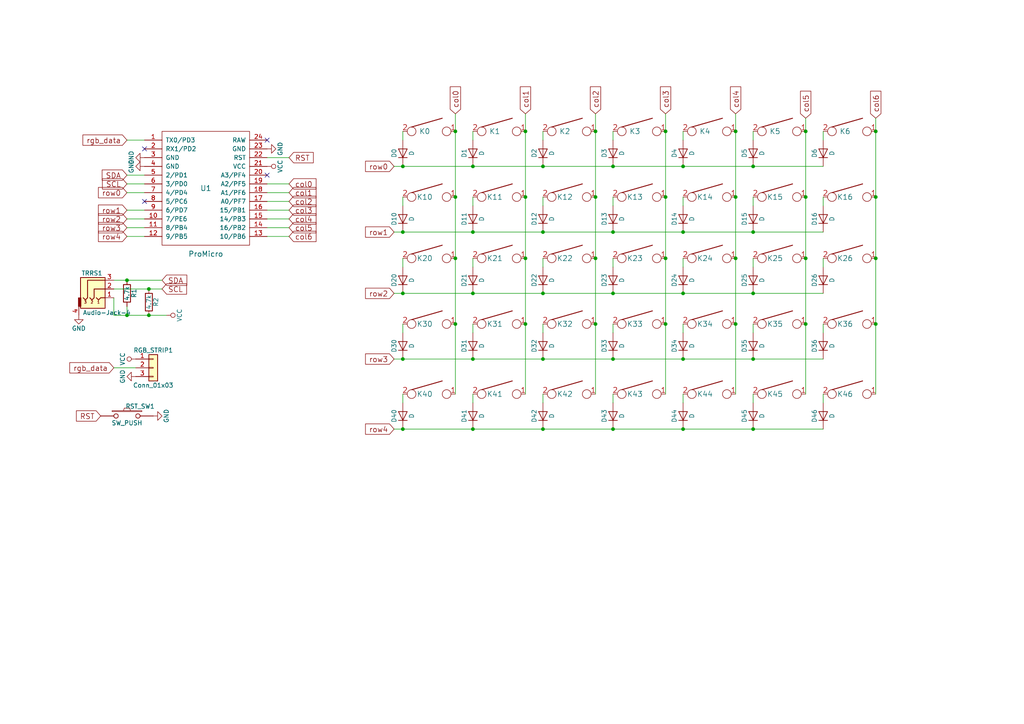
<source format=kicad_sch>
(kicad_sch (version 20230121) (generator eeschema)
  (paper "A4")
  (title_block (title "Redox keyboard") (date "2018-05-05") (rev "1.0") (comment 1 "designed by Mattia Dal Ben") (comment 2 "https://github.com/mattdibi/redox-keyboard"))
  (lib_symbols
    (symbol "redox_rev1-rescue:Audio-Jack-4" (pin_names (offset 1.016))
      (property "Reference" "J" (at -1.27 2.032 0))
      (property "Value" "Audio-Jack-4" (at 3.048 -9.398 0))
      (symbol "Audio-Jack-4_0_0"
        (rectangle (start -4.572 -8.128) (end 2.54 0.762) (stroke (width 0.254)) (fill (type background)))
        (text "1" (at 0.635 -6.35 0) (effects (font (size 0.762 0.762))))
        (text "2" (at -1.27 -6.35 0) (effects (font (size 0.762 0.762))))
        (text "3" (at -3.175 -6.35 0) (effects (font (size 0.762 0.762))))
      )
      (symbol "Audio-Jack-4_0_1"
        (rectangle (start -4.445 -7.62) (end -5.207 -5.08) (fill (type outline)))
        (polyline (pts (xy 0 -5.08) (xy 0.635 -5.715) (xy 1.27 -5.08) (xy 2.54 -5.08)) (stroke (width 0.254)))
        (polyline (pts (xy -1.905 -5.08) (xy -1.27 -5.715) (xy -0.635 -5.08) (xy -0.635 -2.54) (xy 2.54 -2.54)) (stroke (width 0.254)))
        (polyline (pts (xy 2.54 0) (xy -2.54 0) (xy -2.54 -5.08) (xy -3.175 -5.715) (xy -3.81 -5.08)) (stroke (width 0.254)))
      )
      (symbol "Audio-Jack-4_1_1"
        (pin passive line (at 5.08 -5.08 180) (length 2.54) (name "~") (number "1"))
        (pin passive line (at 5.08 -2.54 180) (length 2.54) (name "~") (number "2"))
        (pin passive line (at 5.08 0 180) (length 2.54) (name "~") (number "3"))
        (pin passive line (at -5.08 -10.16 90) (length 2.54) (name "~") (number "4"))
      )
    )
    (symbol "redox_rev1-rescue:Conn_01x03" (pin_names (offset 1.016) hide)
      (property "Reference" "J" (at 0 5.08 0))
      (property "Value" "Conn_01x03" (at 0 -5.08 0))
      (symbol "Conn_01x03_1_1"
        (rectangle (start -1.27 -2.413) (end 0 -2.667) (stroke (width 0.1524)))
        (rectangle (start -1.27 0.127) (end 0 -0.127) (stroke (width 0.1524)))
        (rectangle (start -1.27 2.667) (end 0 2.413) (stroke (width 0.1524)))
        (rectangle (start -1.27 3.81) (end 1.27 -3.81) (stroke (width 0.254)) (fill (type background)))
        (pin passive line (at -5.08 2.54 0) (length 3.81) (name "Pin_1") (number "1"))
        (pin passive line (at -5.08 0 0) (length 3.81) (name "Pin_2") (number "2"))
        (pin passive line (at -5.08 -2.54 0) (length 3.81) (name "Pin_3") (number "3"))
      )
    )
    (symbol "redox_rev1-rescue:D" (pin_numbers hide) (pin_names (offset 1.016) hide)
      (property "Reference" "D" (at 0 2.54 0))
      (property "Value" "D" (at 0 -2.54 0))
      (symbol "D_0_1"
        (polyline (pts (xy -1.27 1.27) (xy -1.27 -1.27)) (stroke (width 0.2032)))
        (polyline (pts (xy 1.27 0) (xy -1.27 0)))
        (polyline (pts (xy 1.27 1.27) (xy 1.27 -1.27) (xy -1.27 0) (xy 1.27 1.27)) (stroke (width 0.2032)))
      )
      (symbol "D_1_1"
        (pin passive line (at -3.81 0 0) (length 2.54) (name "K") (number "1"))
        (pin passive line (at 3.81 0 180) (length 2.54) (name "A") (number "2"))
      )
    )
    (symbol "redox_rev1-rescue:GND" (power) (pin_names (offset 0))
      (property "Value" "GND" (at 0 -3.81 0))
      (symbol "GND_0_1"
        (polyline (pts (xy 0 0) (xy 0 -1.27) (xy 1.27 -1.27) (xy 0 -2.54) (xy -1.27 -1.27) (xy 0 -1.27)))
      )
      (symbol "GND_1_1"
        (pin power_in line (at 0 0 270) (length 0) hide (name "GND") (number "1"))
      )
    )
    (symbol "redox_rev1-rescue:KEYSW" (pin_names (offset 1.016))
      (property "Reference" "K?" (at -1.27 0 0))
      (symbol "KEYSW_0_1"
        (circle (center -5.08 0) (radius 1.27))
        (polyline (pts (xy -5.08 1.27) (xy 3.81 3.81)) (stroke (width 0.254)))
        (circle (center 5.08 0) (radius 1.27))
      )
      (symbol "KEYSW_1_1"
        (pin passive line (at 7.62 0 180) (length 1.27) (name "~") (number "1"))
        (pin passive line (at -7.62 0 0) (length 1.27) (name "~") (number "2"))
      )
    )
    (symbol "redox_rev1-rescue:ProMicro" (pin_names (offset 1.016))
      (property "Reference" "U" (at 0 0 0))
      (property "Value" "ProMicro" (at 0 -19.05 0))
      (symbol "ProMicro_0_1"
        (rectangle (start -12.7 -16.51) (end 12.7 16.51))
      )
      (symbol "ProMicro_1_1"
        (pin input line (at -17.78 13.97 0) (length 5.08) (name "TX0/PD3") (number "1"))
        (pin input line (at -17.78 -8.89 0) (length 5.08) (name "7/PE6") (number "10"))
        (pin input line (at -17.78 -11.43 0) (length 5.08) (name "8/PB4") (number "11"))
        (pin input line (at -17.78 -13.97 0) (length 5.08) (name "9/PB5") (number "12"))
        (pin input line (at 17.78 -13.97 180) (length 5.08) (name "10/PB6") (number "13"))
        (pin input line (at 17.78 -11.43 180) (length 5.08) (name "16/PB2") (number "14"))
        (pin input line (at 17.78 -8.89 180) (length 5.08) (name "14/PB3") (number "15"))
        (pin input line (at 17.78 -6.35 180) (length 5.08) (name "15/PB1") (number "16"))
        (pin input line (at 17.78 -3.81 180) (length 5.08) (name "A0/PF7") (number "17"))
        (pin input line (at 17.78 -1.27 180) (length 5.08) (name "A1/PF6") (number "18"))
        (pin input line (at 17.78 1.27 180) (length 5.08) (name "A2/PF5") (number "19"))
        (pin input line (at -17.78 11.43 0) (length 5.08) (name "RX1/PD2") (number "2"))
        (pin input line (at 17.78 3.81 180) (length 5.08) (name "A3/PF4") (number "20"))
        (pin input line (at 17.78 6.35 180) (length 5.08) (name "VCC") (number "21"))
        (pin input line (at 17.78 8.89 180) (length 5.08) (name "RST") (number "22"))
        (pin input line (at 17.78 11.43 180) (length 5.08) (name "GND") (number "23"))
        (pin input line (at 17.78 13.97 180) (length 5.08) (name "RAW") (number "24"))
        (pin input line (at -17.78 8.89 0) (length 5.08) (name "GND") (number "3"))
        (pin input line (at -17.78 6.35 0) (length 5.08) (name "GND") (number "4"))
        (pin input line (at -17.78 3.81 0) (length 5.08) (name "2/PD1") (number "5"))
        (pin input line (at -17.78 1.27 0) (length 5.08) (name "3/PD0") (number "6"))
        (pin input line (at -17.78 -1.27 0) (length 5.08) (name "4/PD4") (number "7"))
        (pin input line (at -17.78 -3.81 0) (length 5.08) (name "5/PC6") (number "8"))
        (pin input line (at -17.78 -6.35 0) (length 5.08) (name "6/PD7") (number "9"))
      )
    )
    (symbol "redox_rev1-rescue:R" (pin_numbers hide) (pin_names (offset 0))
      (property "Reference" "R" (at 2.032 0 90))
      (property "Value" "R" (at 0 0 90))
      (symbol "R_0_1"
        (rectangle (start -1.016 -2.54) (end 1.016 2.54) (stroke (width 0.254)))
      )
      (symbol "R_1_1"
        (pin passive line (at 0 3.81 270) (length 1.27) (name "~") (number "1"))
        (pin passive line (at 0 -3.81 90) (length 1.27) (name "~") (number "2"))
      )
    )
    (symbol "redox_rev1-rescue:SW_PUSH" (pin_numbers hide) (pin_names (offset 1.016) hide)
      (property "Reference" "SW" (at 3.81 2.794 0))
      (property "Value" "SW_PUSH" (at 0 -2.032 0))
      (symbol "SW_PUSH_0_1"
        (rectangle (start -4.318 1.27) (end 4.318 1.524))
        (polyline (pts (xy -1.016 1.524) (xy -0.762 2.286) (xy 0.762 2.286) (xy 1.016 1.524)))
        (pin passive inverted (at -7.62 0 0) (length 5.08) (name "1") (number "1"))
        (pin passive inverted (at 7.62 0 180) (length 5.08) (name "2") (number "2"))
      )
    )
    (symbol "redox_rev1-rescue:VCC" (power) (pin_names (offset 0))
      (property "Value" "VCC" (at 0 3.81 0))
      (symbol "VCC_0_1"
        (polyline (pts (xy 0 0) (xy 0 1.27)))
        (circle (center 0 1.905) (radius 0.635))
      )
      (symbol "VCC_1_1"
        (pin power_in line (at 0 0 90) (length 0) hide (name "VCC") (number "1"))
      )
    )
  )
  (junction (at 198.12 104.14))
  (junction (at 137.16 85.09))
  (junction (at 218.44 48.26))
  (junction (at 198.12 48.26))
  (junction (at 233.68 38.1))
  (junction (at 254 74.93))
  (junction (at 172.72 93.98))
  (junction (at 233.68 74.93))
  (junction (at 218.44 124.46))
  (junction (at 177.8 85.09))
  (junction (at 198.12 85.09))
  (junction (at 157.48 124.46))
  (junction (at 157.48 104.14))
  (junction (at 137.16 67.31))
  (junction (at 137.16 48.26))
  (junction (at 254 93.98))
  (junction (at 233.68 57.15))
  (junction (at 254 38.1))
  (junction (at 193.04 38.1))
  (junction (at 157.48 48.26))
  (junction (at 116.84 104.14))
  (junction (at 213.36 38.1))
  (junction (at 137.16 124.46))
  (junction (at 132.08 38.1))
  (junction (at 254 57.15))
  (junction (at 193.04 74.93))
  (junction (at 213.36 57.15))
  (junction (at 198.12 124.46))
  (junction (at 218.44 104.14))
  (junction (at 152.4 93.98))
  (junction (at 132.08 57.15))
  (junction (at 193.04 93.98))
  (junction (at 152.4 38.1))
  (junction (at 157.48 85.09))
  (junction (at 137.16 104.14))
  (junction (at 177.8 48.26))
  (junction (at 157.48 67.31))
  (junction (at 116.84 48.26))
  (junction (at 172.72 74.93))
  (junction (at 152.4 57.15))
  (junction (at 177.8 104.14))
  (junction (at 36.83 91.44))
  (junction (at 193.04 57.15))
  (junction (at 218.44 85.09))
  (junction (at 218.44 67.31))
  (junction (at 177.8 67.31))
  (junction (at 43.18 91.44))
  (junction (at 132.08 93.98))
  (junction (at 43.18 83.82))
  (junction (at 177.8 124.46))
  (junction (at 116.84 67.31))
  (junction (at 198.12 67.31))
  (junction (at 36.83 81.28))
  (junction (at 213.36 74.93))
  (junction (at 172.72 38.1))
  (junction (at 132.08 74.93))
  (junction (at 233.68 93.98))
  (junction (at 213.36 93.98))
  (junction (at 116.84 85.09))
  (junction (at 116.84 124.46))
  (junction (at 172.72 57.15))
  (junction (at 152.4 74.93))
  (no_connect (at 77.47 50.8))
  (no_connect (at 41.91 58.42))
  (no_connect (at 77.47 40.64))
  (no_connect (at 41.91 43.18))
  (wire (pts (xy 254 57.15) (xy 254 74.93)))
  (wire (pts (xy 132.08 38.1) (xy 132.08 57.15)))
  (wire (pts (xy 213.36 33.02) (xy 213.36 38.1)))
  (wire (pts (xy 193.04 38.1) (xy 193.04 57.15)))
  (wire (pts (xy 193.04 57.15) (xy 193.04 74.93)))
  (wire (pts (xy 116.84 48.26) (xy 137.16 48.26)))
  (wire (pts (xy 198.12 85.09) (xy 218.44 85.09)))
  (wire (pts (xy 218.44 74.93) (xy 218.44 77.47)))
  (wire (pts (xy 238.76 93.98) (xy 238.76 96.52)))
  (wire (pts (xy 157.48 93.98) (xy 157.48 96.52)))
  (wire (pts (xy 157.48 38.1) (xy 157.48 40.64)))
  (wire (pts (xy 218.44 124.46) (xy 238.76 124.46)))
  (wire (pts (xy 137.16 57.15) (xy 137.16 59.69)))
  (wire (pts (xy 233.68 34.29) (xy 233.68 38.1)))
  (wire (pts (xy 77.47 68.58) (xy 83.82 68.58)))
  (wire (pts (xy 36.83 81.28) (xy 46.99 81.28)))
  (wire (pts (xy 116.84 74.93) (xy 116.84 77.47)))
  (wire (pts (xy 77.47 45.72) (xy 83.82 45.72)))
  (wire (pts (xy 114.3 85.09) (xy 116.84 85.09)))
  (wire (pts (xy 157.48 48.26) (xy 177.8 48.26)))
  (wire (pts (xy 116.84 114.3) (xy 116.84 116.84)))
  (wire (pts (xy 254 74.93) (xy 254 93.98)))
  (wire (pts (xy 77.47 66.04) (xy 83.82 66.04)))
  (wire (pts (xy 77.47 55.88) (xy 83.82 55.88)))
  (wire (pts (xy 218.44 85.09) (xy 238.76 85.09)))
  (wire (pts (xy 172.72 74.93) (xy 172.72 93.98)))
  (wire (pts (xy 238.76 114.3) (xy 238.76 116.84)))
  (wire (pts (xy 218.44 104.14) (xy 238.76 104.14)))
  (wire (pts (xy 177.8 104.14) (xy 198.12 104.14)))
  (wire (pts (xy 137.16 104.14) (xy 157.48 104.14)))
  (wire (pts (xy 177.8 114.3) (xy 177.8 116.84)))
  (wire (pts (xy 213.36 93.98) (xy 213.36 114.3)))
  (wire (pts (xy 77.47 63.5) (xy 83.82 63.5)))
  (wire (pts (xy 36.83 60.96) (xy 41.91 60.96)))
  (wire (pts (xy 116.84 38.1) (xy 116.84 40.64)))
  (wire (pts (xy 198.12 93.98) (xy 198.12 96.52)))
  (wire (pts (xy 213.36 38.1) (xy 213.36 57.15)))
  (wire (pts (xy 193.04 33.02) (xy 193.04 38.1)))
  (wire (pts (xy 157.48 74.93) (xy 157.48 77.47)))
  (wire (pts (xy 198.12 38.1) (xy 198.12 40.64)))
  (wire (pts (xy 198.12 114.3) (xy 198.12 116.84)))
  (wire (pts (xy 77.47 53.34) (xy 83.82 53.34)))
  (wire (pts (xy 218.44 67.31) (xy 238.76 67.31)))
  (wire (pts (xy 218.44 48.26) (xy 238.76 48.26)))
  (wire (pts (xy 177.8 74.93) (xy 177.8 77.47)))
  (wire (pts (xy 137.16 93.98) (xy 137.16 96.52)))
  (wire (pts (xy 172.72 93.98) (xy 172.72 114.3)))
  (wire (pts (xy 152.4 38.1) (xy 152.4 57.15)))
  (wire (pts (xy 36.83 40.64) (xy 41.91 40.64)))
  (wire (pts (xy 198.12 104.14) (xy 218.44 104.14)))
  (wire (pts (xy 152.4 57.15) (xy 152.4 74.93)))
  (wire (pts (xy 157.48 67.31) (xy 177.8 67.31)))
  (wire (pts (xy 177.8 38.1) (xy 177.8 40.64)))
  (wire (pts (xy 233.68 57.15) (xy 233.68 74.93)))
  (wire (pts (xy 116.84 104.14) (xy 137.16 104.14)))
  (wire (pts (xy 137.16 124.46) (xy 157.48 124.46)))
  (wire (pts (xy 157.48 57.15) (xy 157.48 59.69)))
  (wire (pts (xy 33.02 86.36) (xy 33.02 91.44)))
  (wire (pts (xy 213.36 74.93) (xy 213.36 93.98)))
  (wire (pts (xy 132.08 74.93) (xy 132.08 93.98)))
  (wire (pts (xy 254 93.98) (xy 254 114.3)))
  (wire (pts (xy 198.12 57.15) (xy 198.12 59.69)))
  (wire (pts (xy 238.76 74.93) (xy 238.76 77.47)))
  (wire (pts (xy 233.68 74.93) (xy 233.68 93.98)))
  (wire (pts (xy 177.8 85.09) (xy 198.12 85.09)))
  (wire (pts (xy 33.02 91.44) (xy 36.83 91.44)))
  (wire (pts (xy 152.4 33.02) (xy 152.4 38.1)))
  (wire (pts (xy 238.76 57.15) (xy 238.76 59.69)))
  (wire (pts (xy 177.8 124.46) (xy 198.12 124.46)))
  (wire (pts (xy 152.4 93.98) (xy 152.4 114.3)))
  (wire (pts (xy 233.68 38.1) (xy 233.68 57.15)))
  (wire (pts (xy 218.44 93.98) (xy 218.44 96.52)))
  (wire (pts (xy 114.3 124.46) (xy 116.84 124.46)))
  (wire (pts (xy 77.47 58.42) (xy 83.82 58.42)))
  (wire (pts (xy 137.16 114.3) (xy 137.16 116.84)))
  (wire (pts (xy 33.02 83.82) (xy 43.18 83.82)))
  (wire (pts (xy 218.44 114.3) (xy 218.44 116.84)))
  (wire (pts (xy 177.8 57.15) (xy 177.8 59.69)))
  (wire (pts (xy 157.48 124.46) (xy 177.8 124.46)))
  (wire (pts (xy 218.44 38.1) (xy 218.44 40.64)))
  (wire (pts (xy 114.3 104.14) (xy 116.84 104.14)))
  (wire (pts (xy 254 38.1) (xy 254 57.15)))
  (wire (pts (xy 137.16 85.09) (xy 157.48 85.09)))
  (wire (pts (xy 198.12 48.26) (xy 218.44 48.26)))
  (wire (pts (xy 36.83 68.58) (xy 41.91 68.58)))
  (wire (pts (xy 198.12 124.46) (xy 218.44 124.46)))
  (wire (pts (xy 33.02 106.68) (xy 39.37 106.68)))
  (wire (pts (xy 43.18 83.82) (xy 46.99 83.82)))
  (wire (pts (xy 114.3 48.26) (xy 116.84 48.26)))
  (wire (pts (xy 137.16 67.31) (xy 157.48 67.31)))
  (wire (pts (xy 157.48 85.09) (xy 177.8 85.09)))
  (wire (pts (xy 116.84 67.31) (xy 137.16 67.31)))
  (wire (pts (xy 172.72 33.02) (xy 172.72 38.1)))
  (wire (pts (xy 116.84 93.98) (xy 116.84 96.52)))
  (wire (pts (xy 152.4 74.93) (xy 152.4 93.98)))
  (wire (pts (xy 36.83 91.44) (xy 43.18 91.44)))
  (wire (pts (xy 43.18 91.44) (xy 48.26 91.44)))
  (wire (pts (xy 157.48 104.14) (xy 177.8 104.14)))
  (wire (pts (xy 137.16 48.26) (xy 157.48 48.26)))
  (wire (pts (xy 137.16 74.93) (xy 137.16 77.47)))
  (wire (pts (xy 33.02 81.28) (xy 36.83 81.28)))
  (wire (pts (xy 198.12 67.31) (xy 218.44 67.31)))
  (wire (pts (xy 116.84 85.09) (xy 137.16 85.09)))
  (wire (pts (xy 254 34.29) (xy 254 38.1)))
  (wire (pts (xy 36.83 88.9) (xy 36.83 91.44)))
  (wire (pts (xy 36.83 63.5) (xy 41.91 63.5)))
  (wire (pts (xy 172.72 38.1) (xy 172.72 57.15)))
  (wire (pts (xy 132.08 33.02) (xy 132.08 38.1)))
  (wire (pts (xy 116.84 124.46) (xy 137.16 124.46)))
  (wire (pts (xy 36.83 55.88) (xy 41.91 55.88)))
  (wire (pts (xy 198.12 74.93) (xy 198.12 77.47)))
  (wire (pts (xy 132.08 93.98) (xy 132.08 114.3)))
  (wire (pts (xy 172.72 57.15) (xy 172.72 74.93)))
  (wire (pts (xy 137.16 38.1) (xy 137.16 40.64)))
  (wire (pts (xy 177.8 48.26) (xy 198.12 48.26)))
  (wire (pts (xy 177.8 93.98) (xy 177.8 96.52)))
  (wire (pts (xy 114.3 67.31) (xy 116.84 67.31)))
  (wire (pts (xy 157.48 114.3) (xy 157.48 116.84)))
  (wire (pts (xy 193.04 74.93) (xy 193.04 93.98)))
  (wire (pts (xy 233.68 93.98) (xy 233.68 114.3)))
  (wire (pts (xy 177.8 67.31) (xy 198.12 67.31)))
  (wire (pts (xy 238.76 38.1) (xy 238.76 40.64)))
  (wire (pts (xy 36.83 66.04) (xy 41.91 66.04)))
  (wire (pts (xy 36.83 50.8) (xy 41.91 50.8)))
  (wire (pts (xy 36.83 53.34) (xy 41.91 53.34)))
  (wire (pts (xy 132.08 57.15) (xy 132.08 74.93)))
  (wire (pts (xy 213.36 57.15) (xy 213.36 74.93)))
  (wire (pts (xy 218.44 57.15) (xy 218.44 59.69)))
  (wire (pts (xy 193.04 93.98) (xy 193.04 114.3)))
  (wire (pts (xy 116.84 57.15) (xy 116.84 59.69)))
  (wire (pts (xy 77.47 60.96) (xy 83.82 60.96)))
  (global_label "row4" (shape input) (at 114.3 124.46 180) (effects (font (size 1.524 1.524))) (property "Intersheetrefs" "${INTERSHEET_REFS}" (effects hide)))
  (global_label "col3" (shape input) (at 193.04 33.02 90) (effects (font (size 1.524 1.524))) (property "Intersheetrefs" "${INTERSHEET_REFS}" (effects hide)))
  (global_label "row4" (shape input) (at 36.83 68.58 180) (effects (font (size 1.524 1.524))) (property "Intersheetrefs" "${INTERSHEET_REFS}" (effects hide)))
  (global_label "row0" (shape input) (at 36.83 55.88 180) (effects (font (size 1.524 1.524))) (property "Intersheetrefs" "${INTERSHEET_REFS}" (effects hide)))
  (global_label "SCL" (shape input) (at 36.83 53.34 180) (effects (font (size 1.524 1.524))) (property "Intersheetrefs" "${INTERSHEET_REFS}" (effects hide)))
  (global_label "col2" (shape input) (at 172.72 33.02 90) (effects (font (size 1.524 1.524))) (property "Intersheetrefs" "${INTERSHEET_REFS}" (effects hide)))
  (global_label "col4" (shape input) (at 213.36 33.02 90) (effects (font (size 1.524 1.524))) (property "Intersheetrefs" "${INTERSHEET_REFS}" (effects hide)))
  (global_label "col5" (shape input) (at 233.68 34.29 90) (effects (font (size 1.524 1.524))) (property "Intersheetrefs" "${INTERSHEET_REFS}" (effects hide)))
  (global_label "col5" (shape input) (at 83.82 66.04 0) (effects (font (size 1.524 1.524))) (property "Intersheetrefs" "${INTERSHEET_REFS}" (effects hide)))
  (global_label "row2" (shape input) (at 114.3 85.09 180) (effects (font (size 1.524 1.524))) (property "Intersheetrefs" "${INTERSHEET_REFS}" (effects hide)))
  (global_label "col6" (shape input) (at 254 34.29 90) (effects (font (size 1.524 1.524))) (property "Intersheetrefs" "${INTERSHEET_REFS}" (effects hide)))
  (global_label "row0" (shape input) (at 114.3 48.26 180) (effects (font (size 1.524 1.524))) (property "Intersheetrefs" "${INTERSHEET_REFS}" (effects hide)))
  (global_label "SCL" (shape input) (at 46.99 83.82 0) (effects (font (size 1.524 1.524))) (property "Intersheetrefs" "${INTERSHEET_REFS}" (effects hide)))
  (global_label "col0" (shape input) (at 83.82 53.34 0) (effects (font (size 1.524 1.524))) (property "Intersheetrefs" "${INTERSHEET_REFS}" (effects hide)))
  (global_label "row3" (shape input) (at 36.83 66.04 180) (effects (font (size 1.524 1.524))) (property "Intersheetrefs" "${INTERSHEET_REFS}" (effects hide)))
  (global_label "rgb_data" (shape input) (at 33.02 106.68 180) (effects (font (size 1.524 1.524))) (property "Intersheetrefs" "${INTERSHEET_REFS}" (effects hide)))
  (global_label "SDA" (shape input) (at 46.99 81.28 0) (effects (font (size 1.524 1.524))) (property "Intersheetrefs" "${INTERSHEET_REFS}" (effects hide)))
  (global_label "rgb_data" (shape input) (at 36.83 40.64 180) (effects (font (size 1.524 1.524))) (property "Intersheetrefs" "${INTERSHEET_REFS}" (effects hide)))
  (global_label "row1" (shape input) (at 114.3 67.31 180) (effects (font (size 1.524 1.524))) (property "Intersheetrefs" "${INTERSHEET_REFS}" (effects hide)))
  (global_label "row1" (shape input) (at 36.83 60.96 180) (effects (font (size 1.524 1.524))) (property "Intersheetrefs" "${INTERSHEET_REFS}" (effects hide)))
  (global_label "RST" (shape input) (at 29.21 120.65 180) (effects (font (size 1.524 1.524))) (property "Intersheetrefs" "${INTERSHEET_REFS}" (effects hide)))
  (global_label "SDA" (shape input) (at 36.83 50.8 180) (effects (font (size 1.524 1.524))) (property "Intersheetrefs" "${INTERSHEET_REFS}" (effects hide)))
  (global_label "col4" (shape input) (at 83.82 63.5 0) (effects (font (size 1.524 1.524))) (property "Intersheetrefs" "${INTERSHEET_REFS}" (effects hide)))
  (global_label "col0" (shape input) (at 132.08 33.02 90) (effects (font (size 1.524 1.524))) (property "Intersheetrefs" "${INTERSHEET_REFS}" (effects hide)))
  (global_label "row2" (shape input) (at 36.83 63.5 180) (effects (font (size 1.524 1.524))) (property "Intersheetrefs" "${INTERSHEET_REFS}" (effects hide)))
  (global_label "col1" (shape input) (at 152.4 33.02 90) (effects (font (size 1.524 1.524))) (property "Intersheetrefs" "${INTERSHEET_REFS}" (effects hide)))
  (global_label "col3" (shape input) (at 83.82 60.96 0) (effects (font (size 1.524 1.524))) (property "Intersheetrefs" "${INTERSHEET_REFS}" (effects hide)))
  (global_label "col1" (shape input) (at 83.82 55.88 0) (effects (font (size 1.524 1.524))) (property "Intersheetrefs" "${INTERSHEET_REFS}" (effects hide)))
  (global_label "RST" (shape input) (at 83.82 45.72 0) (effects (font (size 1.524 1.524))) (property "Intersheetrefs" "${INTERSHEET_REFS}" (effects hide)))
  (global_label "col2" (shape input) (at 83.82 58.42 0) (effects (font (size 1.524 1.524))) (property "Intersheetrefs" "${INTERSHEET_REFS}" (effects hide)))
  (global_label "col6" (shape input) (at 83.82 68.58 0) (effects (font (size 1.524 1.524))) (property "Intersheetrefs" "${INTERSHEET_REFS}" (effects hide)))
  (global_label "row3" (shape input) (at 114.3 104.14 180) (effects (font (size 1.524 1.524))) (property "Intersheetrefs" "${INTERSHEET_REFS}" (effects hide)))
  (symbol (lib_id "redox_rev1-rescue:ProMicro") (at 59.69 54.61 0) (unit 1)
    (property "Reference" "U1" (at 59.69 54.61 0) (effects (font (size 1.524 1.524))))
    (property "Value" "ProMicro" (at 59.69 73.66 0) (effects (font (size 1.524 1.524))))
    (property "Footprint" "Keebio-Parts:ArduinoProMicro" (effects hide))
  )
  (symbol (lib_id "redox_rev1-rescue:Audio-Jack-4") (at 27.94 81.28 0) (unit 1)
    (property "Reference" "TRRS1" (at 26.67 79.248 0))
    (property "Value" "Audio-Jack-4" (at 30.988 90.678 0))
    (property "Footprint" "Keebio-Parts:TRRS-PJ-320A-dual" (effects hide))
  )
  (symbol (lib_id "redox_rev1-rescue:Conn_01x03") (at 44.45 106.68 0) (unit 1)
    (property "Reference" "RGB_STRIP1" (at 44.45 101.6 0))
    (property "Value" "Conn_01x03" (at 44.45 111.76 0))
    (property "Footprint" "redox_footprints:Pin_Header_Straight_1x03_Pitch2.54mm" (effects hide))
  )
  (symbol (lib_id "redox_rev1-rescue:SW_PUSH") (at 36.83 120.65 0) (unit 1)
    (property "Reference" "RST_SW1" (at 40.64 117.856 0))
    (property "Value" "SW_PUSH" (at 36.83 122.682 0))
    (property "Footprint" "redox_footprints:SW_PUSH_6mm_h4.3mm" (effects hide))
  )
  (symbol (lib_id "redox_rev1-rescue:GND") (at 77.47 43.18 90) (unit 1)
    (property "Reference" "#PWR01" (effects hide))
    (property "Value" "GND" (at 81.28 43.18 0))
  )
  (symbol (lib_id "redox_rev1-rescue:VCC") (at 77.47 48.26 270) (unit 1)
    (property "Reference" "#PWR02" (effects hide))
    (property "Value" "VCC" (at 81.28 48.26 0))
  )
  (symbol (lib_id "redox_rev1-rescue:KEYSW") (at 124.46 38.1 0) (unit 1)
    (property "Reference" "K0" (at 123.19 38.1 0) (effects (font (size 1.524 1.524))))
    (property "Value" "KEYSW" (effects hide))
    (property "Footprint" "redox_footprints:SW_Hotswap_Kailh_MX_1.25u" (effects hide))
  )
  (symbol (lib_id "redox_rev1-rescue:D") (at 116.84 44.45 90) (unit 1)
    (property "Reference" "D0" (at 114.3 44.45 0))
    (property "Value" "D" (at 119.38 44.45 0))
    (property "Footprint" "Keebio-Parts:Diode-dual" (effects hide))
  )
  (symbol (lib_id "redox_rev1-rescue:GND") (at 22.86 91.44 0) (unit 1)
    (property "Reference" "#PWR03" (effects hide))
    (property "Value" "GND" (at 22.86 95.25 0))
  )
  (symbol (lib_id "redox_rev1-rescue:GND") (at 39.37 109.22 270) (unit 1)
    (property "Reference" "#PWR04" (effects hide))
    (property "Value" "GND" (at 35.56 109.22 0))
  )
  (symbol (lib_id "redox_rev1-rescue:VCC") (at 39.37 104.14 90) (unit 1)
    (property "Reference" "#PWR05" (effects hide))
    (property "Value" "VCC" (at 35.56 104.14 0))
  )
  (symbol (lib_id "redox_rev1-rescue:GND") (at 44.45 120.65 90) (unit 1)
    (property "Reference" "#PWR06" (effects hide))
    (property "Value" "GND" (at 48.26 120.65 0))
  )
  (symbol (lib_id "redox_rev1-rescue:KEYSW") (at 144.78 38.1 0) (unit 1)
    (property "Reference" "K1" (at 143.51 38.1 0) (effects (font (size 1.524 1.524))))
    (property "Value" "KEYSW" (effects hide))
    (property "Footprint" "redox_footprints:SW_Hotswap_Kailh_MX_1.00u" (effects hide))
  )
  (symbol (lib_id "redox_rev1-rescue:D") (at 137.16 44.45 90) (unit 1)
    (property "Reference" "D1" (at 134.62 44.45 0))
    (property "Value" "D" (at 139.7 44.45 0))
    (property "Footprint" "Keebio-Parts:Diode-dual" (effects hide))
  )
  (symbol (lib_id "redox_rev1-rescue:GND") (at 41.91 45.72 270) (unit 1)
    (property "Reference" "#PWR07" (effects hide))
    (property "Value" "GND" (at 38.1 45.72 0))
  )
  (symbol (lib_id "redox_rev1-rescue:GND") (at 41.91 48.26 270) (unit 1)
    (property "Reference" "#PWR08" (effects hide))
    (property "Value" "GND" (at 38.1 48.26 0))
  )
  (symbol (lib_id "redox_rev1-rescue:KEYSW") (at 165.1 38.1 0) (unit 1)
    (property "Reference" "K2" (at 163.83 38.1 0) (effects (font (size 1.524 1.524))))
    (property "Value" "KEYSW" (effects hide))
    (property "Footprint" "redox_footprints:SW_Hotswap_Kailh_MX_1.00u" (effects hide))
  )
  (symbol (lib_id "redox_rev1-rescue:D") (at 157.48 44.45 90) (unit 1)
    (property "Reference" "D2" (at 154.94 44.45 0))
    (property "Value" "D" (at 160.02 44.45 0))
    (property "Footprint" "Keebio-Parts:Diode-dual" (effects hide))
  )
  (symbol (lib_id "redox_rev1-rescue:KEYSW") (at 185.42 38.1 0) (unit 1)
    (property "Reference" "K3" (at 184.15 38.1 0) (effects (font (size 1.524 1.524))))
    (property "Value" "KEYSW" (effects hide))
    (property "Footprint" "redox_footprints:SW_Hotswap_Kailh_MX_1.00u" (effects hide))
  )
  (symbol (lib_id "redox_rev1-rescue:D") (at 177.8 44.45 90) (unit 1)
    (property "Reference" "D3" (at 175.26 44.45 0))
    (property "Value" "D" (at 180.34 44.45 0))
    (property "Footprint" "Keebio-Parts:Diode-dual" (effects hide))
  )
  (symbol (lib_id "redox_rev1-rescue:KEYSW") (at 205.74 38.1 0) (unit 1)
    (property "Reference" "K4" (at 204.47 38.1 0) (effects (font (size 1.524 1.524))))
    (property "Value" "KEYSW" (effects hide))
    (property "Footprint" "redox_footprints:SW_Hotswap_Kailh_MX_1.00u" (effects hide))
  )
  (symbol (lib_id "redox_rev1-rescue:D") (at 198.12 44.45 90) (unit 1)
    (property "Reference" "D4" (at 195.58 44.45 0))
    (property "Value" "D" (at 200.66 44.45 0))
    (property "Footprint" "Keebio-Parts:Diode-dual" (effects hide))
  )
  (symbol (lib_id "redox_rev1-rescue:KEYSW") (at 226.06 38.1 0) (unit 1)
    (property "Reference" "K5" (at 224.79 38.1 0) (effects (font (size 1.524 1.524))))
    (property "Value" "KEYSW" (effects hide))
    (property "Footprint" "redox_footprints:SW_Hotswap_Kailh_MX_1.00u" (effects hide))
  )
  (symbol (lib_id "redox_rev1-rescue:D") (at 218.44 44.45 90) (unit 1)
    (property "Reference" "D5" (at 215.9 44.45 0))
    (property "Value" "D" (at 220.98 44.45 0))
    (property "Footprint" "Keebio-Parts:Diode-dual" (effects hide))
  )
  (symbol (lib_id "redox_rev1-rescue:KEYSW") (at 246.38 38.1 0) (unit 1)
    (property "Reference" "K6" (at 245.11 38.1 0) (effects (font (size 1.524 1.524))))
    (property "Value" "KEYSW" (effects hide))
    (property "Footprint" "redox_footprints:SW_Hotswap_Kailh_MX_1.00u" (effects hide))
  )
  (symbol (lib_id "redox_rev1-rescue:D") (at 238.76 44.45 90) (unit 1)
    (property "Reference" "D6" (at 236.22 44.45 0))
    (property "Value" "D" (at 241.3 44.45 0))
    (property "Footprint" "Keebio-Parts:Diode-dual" (effects hide))
  )
  (symbol (lib_id "redox_rev1-rescue:KEYSW") (at 124.46 57.15 0) (unit 1)
    (property "Reference" "K10" (at 123.19 57.15 0) (effects (font (size 1.524 1.524))))
    (property "Value" "KEYSW" (effects hide))
    (property "Footprint" "redox_footprints:SW_Hotswap_Kailh_MX_1.25u" (effects hide))
  )
  (symbol (lib_id "redox_rev1-rescue:D") (at 116.84 63.5 90) (unit 1)
    (property "Reference" "D10" (at 114.3 63.5 0))
    (property "Value" "D" (at 119.38 63.5 0))
    (property "Footprint" "Keebio-Parts:Diode-dual" (effects hide))
  )
  (symbol (lib_id "redox_rev1-rescue:KEYSW") (at 144.78 57.15 0) (unit 1)
    (property "Reference" "K11" (at 143.51 57.15 0) (effects (font (size 1.524 1.524))))
    (property "Value" "KEYSW" (effects hide))
    (property "Footprint" "redox_footprints:SW_Hotswap_Kailh_MX_1.00u" (effects hide))
  )
  (symbol (lib_id "redox_rev1-rescue:D") (at 137.16 63.5 90) (unit 1)
    (property "Reference" "D11" (at 134.62 63.5 0))
    (property "Value" "D" (at 139.7 63.5 0))
    (property "Footprint" "Keebio-Parts:Diode-dual" (effects hide))
  )
  (symbol (lib_id "redox_rev1-rescue:KEYSW") (at 165.1 57.15 0) (unit 1)
    (property "Reference" "K12" (at 163.83 57.15 0) (effects (font (size 1.524 1.524))))
    (property "Value" "KEYSW" (effects hide))
    (property "Footprint" "redox_footprints:SW_Hotswap_Kailh_MX_1.00u" (effects hide))
  )
  (symbol (lib_id "redox_rev1-rescue:D") (at 157.48 63.5 90) (unit 1)
    (property "Reference" "D12" (at 154.94 63.5 0))
    (property "Value" "D" (at 160.02 63.5 0))
    (property "Footprint" "Keebio-Parts:Diode-dual" (effects hide))
  )
  (symbol (lib_id "redox_rev1-rescue:KEYSW") (at 185.42 57.15 0) (unit 1)
    (property "Reference" "K13" (at 184.15 57.15 0) (effects (font (size 1.524 1.524))))
    (property "Value" "KEYSW" (effects hide))
    (property "Footprint" "redox_footprints:SW_Hotswap_Kailh_MX_1.00u" (effects hide))
  )
  (symbol (lib_id "redox_rev1-rescue:D") (at 177.8 63.5 90) (unit 1)
    (property "Reference" "D13" (at 175.26 63.5 0))
    (property "Value" "D" (at 180.34 63.5 0))
    (property "Footprint" "Keebio-Parts:Diode-dual" (effects hide))
  )
  (symbol (lib_id "redox_rev1-rescue:KEYSW") (at 205.74 57.15 0) (unit 1)
    (property "Reference" "K14" (at 204.47 57.15 0) (effects (font (size 1.524 1.524))))
    (property "Value" "KEYSW" (effects hide))
    (property "Footprint" "redox_footprints:SW_Hotswap_Kailh_MX_1.00u" (effects hide))
  )
  (symbol (lib_id "redox_rev1-rescue:D") (at 198.12 63.5 90) (unit 1)
    (property "Reference" "D14" (at 195.58 63.5 0))
    (property "Value" "D" (at 200.66 63.5 0))
    (property "Footprint" "Keebio-Parts:Diode-dual" (effects hide))
  )
  (symbol (lib_id "redox_rev1-rescue:KEYSW") (at 226.06 57.15 0) (unit 1)
    (property "Reference" "K15" (at 224.79 57.15 0) (effects (font (size 1.524 1.524))))
    (property "Value" "KEYSW" (effects hide))
    (property "Footprint" "redox_footprints:SW_Hotswap_Kailh_MX_1.00u" (effects hide))
  )
  (symbol (lib_id "redox_rev1-rescue:D") (at 218.44 63.5 90) (unit 1)
    (property "Reference" "D15" (at 215.9 63.5 0))
    (property "Value" "D" (at 220.98 63.5 0))
    (property "Footprint" "Keebio-Parts:Diode-dual" (effects hide))
  )
  (symbol (lib_id "redox_rev1-rescue:KEYSW") (at 246.38 57.15 0) (unit 1)
    (property "Reference" "K16" (at 245.11 57.15 0) (effects (font (size 1.524 1.524))))
    (property "Value" "KEYSW" (effects hide))
    (property "Footprint" "redox_footprints:SW_Hotswap_Kailh_MX_1.50u" (effects hide))
  )
  (symbol (lib_id "redox_rev1-rescue:D") (at 238.76 63.5 90) (unit 1)
    (property "Reference" "D16" (at 236.22 63.5 0))
    (property "Value" "D" (at 241.3 63.5 0))
    (property "Footprint" "Keebio-Parts:Diode-dual" (effects hide))
  )
  (symbol (lib_id "redox_rev1-rescue:R") (at 36.83 85.09 0) (unit 1)
    (property "Reference" "R1" (at 38.862 85.09 90))
    (property "Value" "4.7k" (at 36.83 85.09 90))
    (property "Footprint" "Keebio-Parts:Resistor-Compact" (effects hide))
  )
  (symbol (lib_id "redox_rev1-rescue:R") (at 43.18 87.63 0) (unit 1)
    (property "Reference" "R2" (at 45.212 87.63 90))
    (property "Value" "4.7k" (at 43.18 87.63 90))
    (property "Footprint" "Keebio-Parts:Resistor-Compact" (effects hide))
  )
  (symbol (lib_id "redox_rev1-rescue:KEYSW") (at 124.46 74.93 0) (unit 1)
    (property "Reference" "K20" (at 123.19 74.93 0) (effects (font (size 1.524 1.524))))
    (property "Value" "KEYSW" (effects hide))
    (property "Footprint" "redox_footprints:SW_Hotswap_Kailh_MX_1.25u" (effects hide))
  )
  (symbol (lib_id "redox_rev1-rescue:D") (at 116.84 81.28 90) (unit 1)
    (property "Reference" "D20" (at 114.3 81.28 0))
    (property "Value" "D" (at 119.38 81.28 0))
    (property "Footprint" "Keebio-Parts:Diode-dual" (effects hide))
  )
  (symbol (lib_id "redox_rev1-rescue:KEYSW") (at 144.78 74.93 0) (unit 1)
    (property "Reference" "K21" (at 143.51 74.93 0) (effects (font (size 1.524 1.524))))
    (property "Value" "KEYSW" (effects hide))
    (property "Footprint" "redox_footprints:SW_Hotswap_Kailh_MX_1.00u" (effects hide))
  )
  (symbol (lib_id "redox_rev1-rescue:D") (at 137.16 81.28 90) (unit 1)
    (property "Reference" "D21" (at 134.62 81.28 0))
    (property "Value" "D" (at 139.7 81.28 0))
    (property "Footprint" "Keebio-Parts:Diode-dual" (effects hide))
  )
  (symbol (lib_id "redox_rev1-rescue:KEYSW") (at 165.1 74.93 0) (unit 1)
    (property "Reference" "K22" (at 163.83 74.93 0) (effects (font (size 1.524 1.524))))
    (property "Value" "KEYSW" (effects hide))
    (property "Footprint" "redox_footprints:SW_Hotswap_Kailh_MX_1.00u" (effects hide))
  )
  (symbol (lib_id "redox_rev1-rescue:D") (at 157.48 81.28 90) (unit 1)
    (property "Reference" "D22" (at 154.94 81.28 0))
    (property "Value" "D" (at 160.02 81.28 0))
    (property "Footprint" "Keebio-Parts:Diode-dual" (effects hide))
  )
  (symbol (lib_id "redox_rev1-rescue:KEYSW") (at 185.42 74.93 0) (unit 1)
    (property "Reference" "K23" (at 184.15 74.93 0) (effects (font (size 1.524 1.524))))
    (property "Value" "KEYSW" (effects hide))
    (property "Footprint" "redox_footprints:SW_Hotswap_Kailh_MX_1.00u" (effects hide))
  )
  (symbol (lib_id "redox_rev1-rescue:D") (at 177.8 81.28 90) (unit 1)
    (property "Reference" "D23" (at 175.26 81.28 0))
    (property "Value" "D" (at 180.34 81.28 0))
    (property "Footprint" "Keebio-Parts:Diode-dual" (effects hide))
  )
  (symbol (lib_id "redox_rev1-rescue:KEYSW") (at 205.74 74.93 0) (unit 1)
    (property "Reference" "K24" (at 204.47 74.93 0) (effects (font (size 1.524 1.524))))
    (property "Value" "KEYSW" (effects hide))
    (property "Footprint" "redox_footprints:SW_Hotswap_Kailh_MX_1.00u" (effects hide))
  )
  (symbol (lib_id "redox_rev1-rescue:D") (at 198.12 81.28 90) (unit 1)
    (property "Reference" "D24" (at 195.58 81.28 0))
    (property "Value" "D" (at 200.66 81.28 0))
    (property "Footprint" "Keebio-Parts:Diode-dual" (effects hide))
  )
  (symbol (lib_id "redox_rev1-rescue:KEYSW") (at 226.06 74.93 0) (unit 1)
    (property "Reference" "K25" (at 224.79 74.93 0) (effects (font (size 1.524 1.524))))
    (property "Value" "KEYSW" (effects hide))
    (property "Footprint" "redox_footprints:SW_Hotswap_Kailh_MX_1.00u" (effects hide))
  )
  (symbol (lib_id "redox_rev1-rescue:D") (at 218.44 81.28 90) (unit 1)
    (property "Reference" "D25" (at 215.9 81.28 0))
    (property "Value" "D" (at 220.98 81.28 0))
    (property "Footprint" "Keebio-Parts:Diode-dual" (effects hide))
  )
  (symbol (lib_id "redox_rev1-rescue:KEYSW") (at 246.38 74.93 0) (unit 1)
    (property "Reference" "K26" (at 245.11 74.93 0) (effects (font (size 1.524 1.524))))
    (property "Value" "KEYSW" (effects hide))
    (property "Footprint" "redox_footprints:SW_Hotswap_Kailh_MX_1.00u" (effects hide))
  )
  (symbol (lib_id "redox_rev1-rescue:D") (at 238.76 81.28 90) (unit 1)
    (property "Reference" "D26" (at 236.22 81.28 0))
    (property "Value" "D" (at 241.3 81.28 0))
    (property "Footprint" "Keebio-Parts:Diode-dual" (effects hide))
  )
  (symbol (lib_id "redox_rev1-rescue:KEYSW") (at 124.46 93.98 0) (unit 1)
    (property "Reference" "K30" (at 123.19 93.98 0) (effects (font (size 1.524 1.524))))
    (property "Value" "KEYSW" (effects hide))
    (property "Footprint" "redox_footprints:SW_Hotswap_Kailh_MX_1.25u" (effects hide))
  )
  (symbol (lib_id "redox_rev1-rescue:D") (at 116.84 100.33 90) (unit 1)
    (property "Reference" "D30" (at 114.3 100.33 0))
    (property "Value" "D" (at 119.38 100.33 0))
    (property "Footprint" "Keebio-Parts:Diode-dual" (effects hide))
  )
  (symbol (lib_id "redox_rev1-rescue:KEYSW") (at 144.78 93.98 0) (unit 1)
    (property "Reference" "K31" (at 143.51 93.98 0) (effects (font (size 1.524 1.524))))
    (property "Value" "KEYSW" (effects hide))
    (property "Footprint" "redox_footprints:SW_Hotswap_Kailh_MX_1.00u" (effects hide))
  )
  (symbol (lib_id "redox_rev1-rescue:D") (at 137.16 100.33 90) (unit 1)
    (property "Reference" "D31" (at 134.62 100.33 0))
    (property "Value" "D" (at 139.7 100.33 0))
    (property "Footprint" "Keebio-Parts:Diode-dual" (effects hide))
  )
  (symbol (lib_id "redox_rev1-rescue:KEYSW") (at 165.1 93.98 0) (unit 1)
    (property "Reference" "K32" (at 163.83 93.98 0) (effects (font (size 1.524 1.524))))
    (property "Value" "KEYSW" (effects hide))
    (property "Footprint" "redox_footprints:SW_Hotswap_Kailh_MX_1.00u" (effects hide))
  )
  (symbol (lib_id "redox_rev1-rescue:D") (at 157.48 100.33 90) (unit 1)
    (property "Reference" "D32" (at 154.94 100.33 0))
    (property "Value" "D" (at 160.02 100.33 0))
    (property "Footprint" "Keebio-Parts:Diode-dual" (effects hide))
  )
  (symbol (lib_id "redox_rev1-rescue:KEYSW") (at 185.42 93.98 0) (unit 1)
    (property "Reference" "K33" (at 184.15 93.98 0) (effects (font (size 1.524 1.524))))
    (property "Value" "KEYSW" (effects hide))
    (property "Footprint" "redox_footprints:SW_Hotswap_Kailh_MX_1.00u" (effects hide))
  )
  (symbol (lib_id "redox_rev1-rescue:D") (at 177.8 100.33 90) (unit 1)
    (property "Reference" "D33" (at 175.26 100.33 0))
    (property "Value" "D" (at 180.34 100.33 0))
    (property "Footprint" "Keebio-Parts:Diode-dual" (effects hide))
  )
  (symbol (lib_id "redox_rev1-rescue:KEYSW") (at 205.74 93.98 0) (unit 1)
    (property "Reference" "K34" (at 204.47 93.98 0) (effects (font (size 1.524 1.524))))
    (property "Value" "KEYSW" (effects hide))
    (property "Footprint" "redox_footprints:SW_Hotswap_Kailh_MX_1.00u" (effects hide))
  )
  (symbol (lib_id "redox_rev1-rescue:D") (at 198.12 100.33 90) (unit 1)
    (property "Reference" "D34" (at 195.58 100.33 0))
    (property "Value" "D" (at 200.66 100.33 0))
    (property "Footprint" "Keebio-Parts:Diode-dual" (effects hide))
  )
  (symbol (lib_id "redox_rev1-rescue:KEYSW") (at 226.06 93.98 0) (unit 1)
    (property "Reference" "K35" (at 224.79 93.98 0) (effects (font (size 1.524 1.524))))
    (property "Value" "KEYSW" (effects hide))
    (property "Footprint" "redox_footprints:SW_Hotswap_Kailh_MX_1.00u" (effects hide))
  )
  (symbol (lib_id "redox_rev1-rescue:D") (at 218.44 100.33 90) (unit 1)
    (property "Reference" "D35" (at 215.9 100.33 0))
    (property "Value" "D" (at 220.98 100.33 0))
    (property "Footprint" "Keebio-Parts:Diode-dual" (effects hide))
  )
  (symbol (lib_id "redox_rev1-rescue:KEYSW") (at 246.38 93.98 0) (unit 1)
    (property "Reference" "K36" (at 245.11 93.98 0) (effects (font (size 1.524 1.524))))
    (property "Value" "KEYSW" (effects hide))
    (property "Footprint" "redox_footprints:SW_Hotswap_Kailh_MX_1.00u" (effects hide))
  )
  (symbol (lib_id "redox_rev1-rescue:D") (at 238.76 100.33 90) (unit 1)
    (property "Reference" "D36" (at 236.22 100.33 0))
    (property "Value" "D" (at 241.3 100.33 0))
    (property "Footprint" "Keebio-Parts:Diode-dual" (effects hide))
  )
  (symbol (lib_id "redox_rev1-rescue:VCC") (at 48.26 91.44 270) (unit 1)
    (property "Reference" "#PWR09" (effects hide))
    (property "Value" "VCC" (at 52.07 91.44 0))
  )
  (symbol (lib_id "redox_rev1-rescue:KEYSW") (at 124.46 114.3 0) (unit 1)
    (property "Reference" "K40" (at 123.19 114.3 0) (effects (font (size 1.524 1.524))))
    (property "Value" "KEYSW" (effects hide))
    (property "Footprint" "redox_footprints:SW_Hotswap_Kailh_MX_1.00u" (effects hide))
  )
  (symbol (lib_id "redox_rev1-rescue:D") (at 116.84 120.65 90) (unit 1)
    (property "Reference" "D40" (at 114.3 120.65 0))
    (property "Value" "D" (at 119.38 120.65 0))
    (property "Footprint" "Keebio-Parts:Diode-dual" (effects hide))
  )
  (symbol (lib_id "redox_rev1-rescue:KEYSW") (at 144.78 114.3 0) (unit 1)
    (property "Reference" "K41" (at 143.51 114.3 0) (effects (font (size 1.524 1.524))))
    (property "Value" "KEYSW" (effects hide))
    (property "Footprint" "redox_footprints:SW_Hotswap_Kailh_MX_1.00u" (effects hide))
  )
  (symbol (lib_id "redox_rev1-rescue:D") (at 137.16 120.65 90) (unit 1)
    (property "Reference" "D41" (at 134.62 120.65 0))
    (property "Value" "D" (at 139.7 120.65 0))
    (property "Footprint" "Keebio-Parts:Diode-dual" (effects hide))
  )
  (symbol (lib_id "redox_rev1-rescue:KEYSW") (at 165.1 114.3 0) (unit 1)
    (property "Reference" "K42" (at 163.83 114.3 0) (effects (font (size 1.524 1.524))))
    (property "Value" "KEYSW" (effects hide))
    (property "Footprint" "redox_footprints:SW_Hotswap_Kailh_MX_1.00u" (effects hide))
  )
  (symbol (lib_id "redox_rev1-rescue:D") (at 157.48 120.65 90) (unit 1)
    (property "Reference" "D42" (at 154.94 120.65 0))
    (property "Value" "D" (at 160.02 120.65 0))
    (property "Footprint" "Keebio-Parts:Diode-dual" (effects hide))
  )
  (symbol (lib_id "redox_rev1-rescue:KEYSW") (at 185.42 114.3 0) (unit 1)
    (property "Reference" "K43" (at 184.15 114.3 0) (effects (font (size 1.524 1.524))))
    (property "Value" "KEYSW" (effects hide))
    (property "Footprint" "redox_footprints:SW_Hotswap_Kailh_MX_1.00u" (effects hide))
  )
  (symbol (lib_id "redox_rev1-rescue:D") (at 177.8 120.65 90) (unit 1)
    (property "Reference" "D43" (at 175.26 120.65 0))
    (property "Value" "D" (at 180.34 120.65 0))
    (property "Footprint" "Keebio-Parts:Diode-dual" (effects hide))
  )
  (symbol (lib_id "redox_rev1-rescue:KEYSW") (at 205.74 114.3 0) (unit 1)
    (property "Reference" "K44" (at 204.47 114.3 0) (effects (font (size 1.524 1.524))))
    (property "Value" "KEYSW" (effects hide))
    (property "Footprint" "redox_footprints:SW_Hotswap_Kailh_MX_1.25u" (effects hide))
  )
  (symbol (lib_id "redox_rev1-rescue:D") (at 198.12 120.65 90) (unit 1)
    (property "Reference" "D44" (at 195.58 120.65 0))
    (property "Value" "D" (at 200.66 120.65 0))
    (property "Footprint" "Keebio-Parts:Diode-dual" (effects hide))
  )
  (symbol (lib_id "redox_rev1-rescue:KEYSW") (at 226.06 114.3 0) (unit 1)
    (property "Reference" "K45" (at 224.79 114.3 0) (effects (font (size 1.524 1.524))))
    (property "Value" "KEYSW" (effects hide))
    (property "Footprint" "redox_footprints:SW_Hotswap_Kailh_MX_1.50u" (effects hide))
  )
  (symbol (lib_id "redox_rev1-rescue:D") (at 218.44 120.65 90) (unit 1)
    (property "Reference" "D45" (at 215.9 120.65 0))
    (property "Value" "D" (at 220.98 120.65 0))
    (property "Footprint" "Keebio-Parts:Diode-dual" (effects hide))
  )
  (symbol (lib_id "redox_rev1-rescue:KEYSW") (at 246.38 114.3 0) (unit 1)
    (property "Reference" "K46" (at 245.11 114.3 0) (effects (font (size 1.524 1.524))))
    (property "Value" "KEYSW" (effects hide))
    (property "Footprint" "redox_footprints:SW_Hotswap_Kailh_MX_1.50u" (effects hide))
  )
  (symbol (lib_id "redox_rev1-rescue:D") (at 238.76 120.65 90) (unit 1)
    (property "Reference" "D46" (at 236.22 120.65 0))
    (property "Value" "D" (at 241.3 120.65 0))
    (property "Footprint" "Keebio-Parts:Diode-dual" (effects hide))
  )
)
</source>
